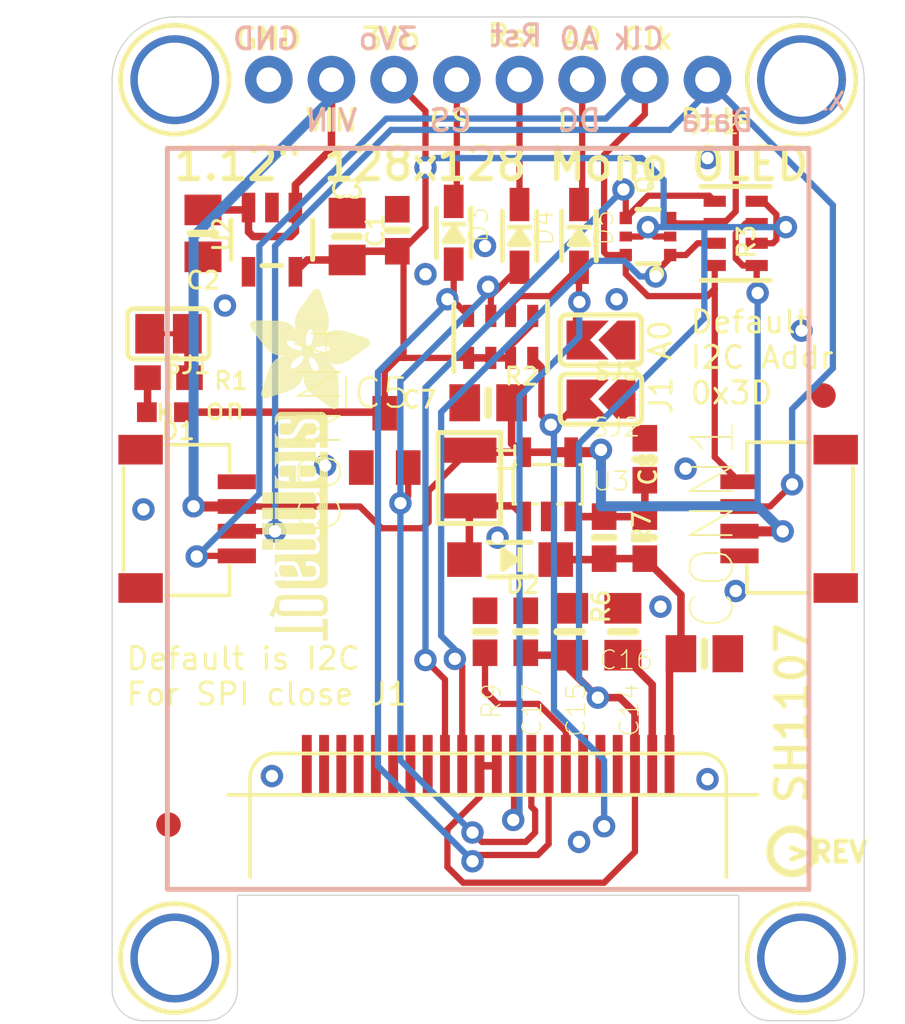
<source format=kicad_pcb>
(kicad_pcb (version 20211014) (generator pcbnew)
  (layers (0 "F.Cu" signal) (31 "B.Cu" signal) (34 "B.Paste" user) (35 "F.Paste" user) (36 "B.SilkS" user "B.Silkscreen") (37 "F.SilkS" user "F.Silkscreen") (38 "B.Mask" user) (39 "F.Mask" user) (44 "Edge.Cuts" user))
  (net 0 "")
  (net 1 "GND")
  (net 2 "SDA")
  (net 3 "SCL")
  (net 4 "3.3V")
  (net 5 "VCC")
  (net 6 "N$2")
  (net 7 "D0/SCLK/SCK_3.3V")
  (net 8 "D1/MOSI/SDA1_3.3V")
  (net 9 "N$9")
  (net 10 "CS_3.3V")
  (net 11 "RST_3.3V")
  (net 12 "DC/SA0_3.3V")
  (net 13 "CS_5.0V")
  (net 14 "RST_5.0V")
  (net 15 "DC/SA0_5.0V")
  (net 16 "N$10")
  (net 17 "N$15")
  (net 18 "12V")
  (net 19 "N$5")
  (net 20 "N$8")
  (net 21 "N$1")
  (footprint "boardEagle:SOT23" (layer "F.Cu") (at 144.3101 101.8286)
    (fp_text reference "IC5")
    (fp_text value "APX803")
  )
  (footprint "boardEagle:0805-NO" (layer "F.Cu") (at 151.8031 109.5756 -90)
    (fp_text reference "C15")
    (fp_text value "10uF")
  )
  (footprint "boardEagle:JST_SH4" (layer "F.Cu") (at 161.2011 105.0036 90)
    (fp_text reference "CONN1")
    (fp_text value "STEMMA_I2C_QT" hide)
  )
  (footprint "boardEagle:MOUNTINGHOLE_3.0_PLATEDTHIN" (layer "F.Cu") (at 161.2011 122.7836)
    (fp_text reference "U$21" hide)
    (fp_text value "MOUNTINGHOLE3.0THIN" hide)
  )
  (footprint "boardEagle:0603-NO" (layer "F.Cu") (at 154.8511 102.5906 -90)
    (fp_text reference "R7")
    (fp_text value "10K")
  )
  (footprint "boardEagle:CHIPLED_0603_NOOUTLINE" (layer "F.Cu") (at 135.4201 100.6856 90)
    (fp_text reference "D1")
    (fp_text value "GREEN")
  )
  (footprint "boardEagle:MOUNTINGHOLE_3.0_PLATEDTHIN" (layer "F.Cu") (at 161.2011 87.2236)
    (fp_text reference "U$17" hide)
    (fp_text value "MOUNTINGHOLE3.0THIN" hide)
  )
  (footprint "boardEagle:STEMMAQT" (layer "F.Cu") (at 139.3571 100.6856 -90)
    (fp_text reference "U$31" hide)
    (fp_text value "" hide)
  )
  (footprint "boardEagle:SOT23-5@1" (layer "F.Cu") (at 150.9141 103.6066)
    (fp_text reference "U3")
    (fp_text value "FAN5331SX")
  )
  (footprint "boardEagle:SOT363" (layer "F.Cu") (at 154.9781 93.5736 90)
    (fp_text reference "Q2")
    (fp_text value "BSS138")
  )
  (footprint "boardEagle:MOUNTINGHOLE_3.0_PLATEDTHIN" (layer "F.Cu") (at 135.8011 122.7836)
    (fp_text reference "U$19" hide)
    (fp_text value "MOUNTINGHOLE3.0THIN" hide)
  )
  (footprint "boardEagle:0805-NO" (layer "F.Cu") (at 148.5011 100.3046 180)
    (fp_text reference "C7")
    (fp_text value "10uF")
  )
  (footprint "boardEagle:RESPACK_4X0603" (layer "F.Cu") (at 158.5341 93.4466 90)
    (fp_text reference "R3")
    (fp_text value "10K")
  )
  (footprint "boardEagle:RESPACK_4X0603" (layer "F.Cu") (at 149.0091 97.6376 180)
    (fp_text reference "R2")
    (fp_text value "10K")
  )
  (footprint "boardEagle:INDUCTOR_1007" (layer "F.Cu") (at 147.7391 103.3526 -90)
    (fp_text reference "L1")
    (fp_text value "10uH")
  )
  (footprint "boardEagle:0603-NO" (layer "F.Cu") (at 148.3741 109.5756 -90)
    (fp_text reference "R9")
    (fp_text value "390K")
  )
  (footprint "boardEagle:JST_SH4" (layer "F.Cu") (at 135.8011 105.0036 -90)
    (fp_text reference "CONN4")
    (fp_text value "STEMMA_I2C_QT" hide)
  )
  (footprint "boardEagle:FIDUCIAL_1MM" (layer "F.Cu") (at 162.0901 100.0125)
    (fp_text reference "FID4" hide)
    (fp_text value "FIDUCIAL_1MM" hide)
  )
  (footprint "boardEagle:SOD-323" (layer "F.Cu") (at 152.1841 93.5482 -90)
    (fp_text reference "D5")
    (fp_text value "1N4148")
  )
  (footprint "boardEagle:SOD-323" (layer "F.Cu") (at 149.7711 93.5482 -90)
    (fp_text reference "D4")
    (fp_text value "1N4148")
  )
  (footprint "boardEagle:0603-NO" (layer "F.Cu") (at 150.0251 109.5756 -90)
    (fp_text reference "C17")
    (fp_text value "1uF")
  )
  (footprint "boardEagle:0603-NO" (layer "F.Cu") (at 153.2001 105.7656 -90)
    (fp_text reference "R6")
    (fp_text value "100K")
  )
  (footprint "boardEagle:SOD-123" (layer "F.Cu") (at 149.3901 106.6546 180)
    (fp_text reference "D2")
    (fp_text value "MBR120")
  )
  (footprint "boardEagle:1X08_ROUND_76" (layer "F.Cu") (at 148.5011 87.2236 180)
    (fp_text reference "JP2")
    (fp_text value "")
  )
  (footprint "boardEagle:0805-NO" (layer "F.Cu") (at 153.9621 109.5756 -90)
    (fp_text reference "C14")
    (fp_text value "10uF")
  )
  (footprint "boardEagle:0603-NO" (layer "F.Cu") (at 144.8181 93.3196 90)
    (fp_text reference "C1")
    (fp_text value "0.1uF")
  )
  (footprint "boardEagle:SOLDERJUMPER_ARROW_NOPASTE" (layer "F.Cu") (at 153.0731 100.155 180)
    (fp_text reference "SJ2")
    (fp_text value "")
  )
  (footprint "boardEagle:0805-NO" (layer "F.Cu") (at 157.2641 110.4646 180)
    (fp_text reference "C16")
    (fp_text value "10uF")
  )
  (footprint "boardEagle:SOLDERJUMPER_CLOSEDWIRE" (layer "F.Cu") (at 135.5471 97.5106 180)
    (fp_text reference "SJ1")
    (fp_text value "")
  )
  (footprint "boardEagle:SOLDERJUMPER_ARROW_NOPASTE" (layer "F.Cu") (at 153.0731 97.7646 180)
    (fp_text reference "SJ3")
    (fp_text value "")
  )
  (footprint "boardEagle:PCBFEAT-REV-040" (layer "F.Cu") (at 160.8201 118.4656)
    (fp_text reference "U$25" hide)
    (fp_text value "" hide)
  )
  (footprint "boardEagle:SOD-323" (layer "F.Cu") (at 147.1041 93.4212 -90)
    (fp_text reference "D3")
    (fp_text value "1N4148")
  )
  (footprint "boardEagle:MOUNTINGHOLE_3.0_PLATEDTHIN" (layer "F.Cu") (at 135.8011 87.2236)
    (fp_text reference "U$1" hide)
    (fp_text value "MOUNTINGHOLE3.0THIN" hide)
  )
  (footprint "boardEagle:0603-NO" (layer "F.Cu") (at 154.8511 105.7656 90)
    (fp_text reference "C8")
    (fp_text value "0.1uF")
  )
  (footprint "boardEagle:SOT23-5" (layer "F.Cu") (at 139.7381 93.7006 180)
    (fp_text reference "U2")
    (fp_text value "AP2112K-3.3")
  )
  (footprint "boardEagle:0805-NO" (layer "F.Cu") (at 142.7861 93.5736 90)
    (fp_text reference "C3")
    (fp_text value "10uF")
  )
  (footprint "boardEagle:0805-NO" (layer "F.Cu") (at 136.9441 93.4466 -90)
    (fp_text reference "C2")
    (fp_text value "10uF")
  )
  (footprint "boardEagle:0603-NO" (layer "F.Cu") (at 135.5471 99.2886)
    (fp_text reference "R1")
    (fp_text value "10K")
  )
  (footprint "boardEagle:ADAFRUIT_5MM" (layer "F.Cu") (at 138.8491 100.5586)
    (fp_text reference "U$8" hide)
    (fp_text value "" hide)
  )
  (footprint "boardEagle:FIDUCIAL_1MM" (layer "F.Cu") (at 135.5471 117.3861)
    (fp_text reference "FID3" hide)
    (fp_text value "FIDUCIAL_1MM" hide)
  )
  (footprint "boardEagle:OLED_1.12IN_128X128MONO" (layer "B.Cu") (at 148.5011 105.0036 180)
    (fp_text reference "X2")
    (fp_text value "OLED_1.12_128X128_MONO")
  )
  (gr_line (start 137.9601 116.1796) (end 159.4231 116.1796) (layer "F.SilkS") (width 0.1524))
  (gr_line (start 138.3411 120.2436) (end 158.6611 120.2436) (layer "Edge.Cuts") (width 0.05))
  (gr_line (start 134.5311 125.3236) (end 137.0711 125.3236) (layer "Edge.Cuts") (width 0.05))
  (gr_arc (start 163.7411 124.0536) (mid 163.369126 124.951626) (end 162.4711 125.3236) (layer "Edge.Cuts") (width 0.05))
  (gr_arc (start 161.2011 84.6836) (mid 162.997151 85.427549) (end 163.7411 87.2236) (layer "Edge.Cuts") (width 0.05))
  (gr_line (start 158.6611 120.2436) (end 158.6611 124.0536) (layer "Edge.Cuts") (width 0.05))
  (gr_line (start 138.3411 124.0536) (end 138.3411 120.2436) (layer "Edge.Cuts") (width 0.05))
  (gr_line (start 159.9311 125.3236) (end 162.4711 125.3236) (layer "Edge.Cuts") (width 0.05))
  (gr_line (start 163.7411 124.0536) (end 163.7411 87.2236) (layer "Edge.Cuts") (width 0.05))
  (gr_line (start 133.2611 87.2236) (end 133.2611 124.0536) (layer "Edge.Cuts") (width 0.05))
  (gr_arc (start 134.5311 125.3236) (mid 133.633074 124.951626) (end 133.2611 124.0536) (layer "Edge.Cuts") (width 0.05))
  (gr_line (start 161.2011 84.6836) (end 135.8011 84.6836) (layer "Edge.Cuts") (width 0.05))
  (gr_arc (start 159.9311 125.3236) (mid 159.033074 124.951626) (end 158.6611 124.0536) (layer "Edge.Cuts") (width 0.05))
  (gr_arc (start 138.3411 124.0536) (mid 137.969126 124.951626) (end 137.0711 125.3236) (layer "Edge.Cuts") (width 0.05))
  (gr_arc (start 133.2611 87.2236) (mid 134.005049 85.427549) (end 135.8011 84.6836) (layer "Edge.Cuts") (width 0.05))
  (gr_text "DC" (at 152.1841 88.8746) (layer "B.SilkS") (effects (font (size 0.87376 0.87376) (thickness 0.14224)) (justify mirror)))
  (gr_text "Rst" (at 149.6441 85.4456) (layer "B.SilkS") (effects (font (size 0.87376 0.87376) (thickness 0.14224)) (justify mirror)))
  (gr_text "CS" (at 146.9771 88.8746) (layer "B.SilkS") (effects (font (size 0.87376 0.87376) (thickness 0.14224)) (justify mirror)))
  (gr_text "A0" (at 152.1841 85.5726) (layer "B.SilkS") (effects (font (size 0.87376 0.87376) (thickness 0.14224)) (justify mirror)))
  (gr_text "Clk" (at 154.5971 85.5726) (layer "B.SilkS") (effects (font (size 0.87376 0.87376) (thickness 0.14224)) (justify mirror)))
  (gr_text "Data" (at 157.7721 88.8746) (layer "B.SilkS") (effects (font (size 0.87376 0.87376) (thickness 0.14224)) (justify mirror)))
  (gr_text "VIN" (at 142.1511 88.8746) (layer "B.SilkS") (effects (font (size 0.87376 0.87376) (thickness 0.14224)) (justify mirror)))
  (gr_text "GND" (at 139.4841 85.5726) (layer "B.SilkS") (effects (font (size 0.87376 0.87376) (thickness 0.14224)) (justify mirror)))
  (gr_text "3Vo" (at 144.4371 85.5726) (layer "B.SilkS") (effects (font (size 0.87376 0.87376) (thickness 0.14224)) (justify mirror)))
  (gr_text "3Vo" (at 144.5641 85.5726) (layer "F.SilkS") (effects (font (size 0.87376 0.87376) (thickness 0.14224))))
  (gr_text "CS" (at 146.9771 88.8746) (layer "F.SilkS") (effects (font (size 0.87376 0.87376) (thickness 0.14224))))
  (gr_text "J1" (at 154.9781 99.1616 90) (layer "F.SilkS") (effects (font (size 0.89408 0.89408) (thickness 0.12192)) (justify right top)))
  (gr_text "Default\nI2C Addr\n0x3D" (at 156.6291 100.4316) (layer "F.SilkS") (effects (font (size 0.89408 0.89408) (thickness 0.12192)) (justify left bottom)))
  (gr_text "Clk" (at 154.9781 85.5726) (layer "F.SilkS") (effects (font (size 0.87376 0.87376) (thickness 0.14224))))
  (gr_text "Data" (at 157.7721 88.8746) (layer "F.SilkS") (effects (font (size 0.87376 0.87376) (thickness 0.14224))))
  (gr_text "Rst" (at 149.5171 85.4456) (layer "F.SilkS") (effects (font (size 0.87376 0.87376) (thickness 0.14224))))
  (gr_text "Default is I2C\nFor SPI close J1" (at 133.7691 112.6236) (layer "F.SilkS") (effects (font (size 0.89408 0.89408) (thickness 0.12192)) (justify left bottom)))
  (gr_text "VIN" (at 142.1511 88.8746) (layer "F.SilkS") (effects (font (size 0.87376 0.87376) (thickness 0.14224))))
  (gr_text "A0" (at 152.3111 85.5726) (layer "F.SilkS") (effects (font (size 0.87376 0.87376) (thickness 0.14224))))
  (gr_text "on" (at 136.9441 101.0666) (layer "F.SilkS") (effects (font (size 0.89408 0.89408) (thickness 0.12192)) (justify left bottom)))
  (gr_text "A0" (at 155.9941 98.6536 90) (layer "F.SilkS") (effects (font (size 0.89408 0.89408) (thickness 0.12192)) (justify left bottom)))
  (gr_text "1.12\" 128x128 Mono OLED" (at 148.6281 90.6526) (layer "F.SilkS") (effects (font (size 1.25222 1.25222) (thickness 0.22098))))
  (gr_text "SH1107" (at 160.8201 112.8776 90) (layer "F.SilkS") (effects (font (size 1.25222 1.25222) (thickness 0.22098))))
  (gr_text "GND" (at 139.6111 85.5726) (layer "F.SilkS") (effects (font (size 0.87376 0.87376) (thickness 0.14224))))
  (gr_text "DC" (at 152.1841 88.8746) (layer "F.SilkS") (effects (font (size 0.87376 0.87376) (thickness 0.14224))))
  (via (at 141.8971 102.8446) (size 0.9064) (drill 0.5) (layers "F.Cu" "B.Cu") (net 1))
  (via (at 153.7081 96.1136) (size 0.9064) (drill 0.5) (layers "F.Cu" "B.Cu") (net 1))
  (via (at 139.7381 115.4176) (size 0.9064) (drill 0.5) (layers "F.Cu" "B.Cu") (net 1))
  (via (at 137.8331 96.3676) (size 0.9064) (drill 0.5) (layers "F.Cu" "B.Cu") (net 1))
  (via (at 134.5311 104.6226) (size 0.9064) (drill 0.5) (layers "F.Cu" "B.Cu") (net 1))
  (via (at 148.3741 93.9546) (size 0.9064) (drill 0.5) (layers "F.Cu" "B.Cu") (net 1))
  (via (at 155.4861 108.5596) (size 0.9064) (drill 0.5) (layers "F.Cu" "B.Cu") (net 1))
  (via (at 156.5021 102.9716) (size 0.9064) (drill 0.5) (layers "F.Cu" "B.Cu") (net 1))
  (via (at 157.3911 90.3986) (size 0.9064) (drill 0.5) (layers "F.Cu" "B.Cu") (net 1))
  (via (at 158.5341 107.9246) (size 0.9064) (drill 0.5) (layers "F.Cu" "B.Cu") (net 1))
  (via (at 148.8821 105.7656) (size 0.9064) (drill 0.5) (layers "F.Cu" "B.Cu") (net 1))
  (via (at 157.3911 115.5446) (size 0.9064) (drill 0.5) (layers "F.Cu" "B.Cu") (net 1))
  (via (at 145.9611 95.0976) (size 0.9064) (drill 0.5) (layers "F.Cu" "B.Cu") (net 1))
  (via (at 161.2011 97.3836) (size 0.9064) (drill 0.5) (layers "F.Cu" "B.Cu") (net 1))
  (via (at 152.1841 118.0846) (size 0.9064) (drill 0.5) (layers "F.Cu" "B.Cu") (net 1))
  (segment (start 159.9231 104.5036) (end 158.6871 104.5036) (width 0.254) (layer "F.Cu") (net 2))
  (segment (start 139.8571 105.5036) (end 139.8651 105.5116) (width 0.254) (layer "F.Cu") (net 2))
  (segment (start 156.264875 93.0434) (end 156.268075 93.0466) (width 0.254) (layer "F.Cu") (net 2))
  (segment (start 160.8201 103.6066) (end 159.9231 104.5036) (width 0.254) (layer "F.Cu") (net 2))
  (segment (start 138.3151 105.5036) (end 139.8571 105.5036) (width 0.254) (layer "F.Cu") (net 2))
  (segment (start 155.8781 92.8236) (end 156.0979 93.0434) (width 0.254) (layer "F.Cu") (net 2))
  (segment (start 158.5341 88.3666) (end 157.3911 87.2236) (width 0.254) (layer "F.Cu") (net 2))
  (segment (start 156.268075 93.0466) (end 157.6841 93.0466) (width 0.254) (layer "F.Cu") (net 2))
  (segment (start 158.0451 93.0466) (end 158.5341 92.5576) (width 0.254) (layer "F.Cu") (net 2))
  (segment (start 156.0979 93.0434) (end 156.264875 93.0434) (width 0.254) (layer "F.Cu") (net 2))
  (segment (start 158.5341 92.5576) (end 158.5341 88.3666) (width 0.254) (layer "F.Cu") (net 2))
  (segment (start 157.6841 93.0466) (end 158.0451 93.0466) (width 0.254) (layer "F.Cu") (net 2))
  (via (at 139.8651 105.5116) (size 0.9064) (drill 0.5) (layers "F.Cu" "B.Cu") (net 2))
  (via (at 160.8201 103.6066) (size 0.9064) (drill 0.5) (layers "F.Cu" "B.Cu") (net 2))
  (segment (start 160.8201 100.5586) (end 160.8201 103.6066) (width 0.254) (layer "B.Cu") (net 2))
  (segment (start 157.3911 87.2236) (end 157.6451 87.4776) (width 0.254) (layer "B.Cu") (net 2))
  (segment (start 139.8651 105.5116) (end 139.8651 93.9546) (width 0.254) (layer "B.Cu") (net 2))
  (segment (start 162.4711 98.9076) (end 160.8201 100.5586) (width 0.254) (layer "B.Cu") (net 2))
  (segment (start 139.8651 93.9546) (end 144.5641 89.2556) (width 0.254) (layer "B.Cu") (net 2))
  (segment (start 157.6451 87.4776) (end 162.4711 92.3036) (width 0.254) (layer "B.Cu") (net 2))
  (segment (start 155.8671 89.2556) (end 157.6451 87.4776) (width 0.254) (layer "B.Cu") (net 2))
  (segment (start 162.4711 92.3036) (end 162.4711 98.9076) (width 0.254) (layer "B.Cu") (net 2))
  (segment (start 144.5641 89.2556) (end 155.8671 89.2556) (width 0.254) (layer "B.Cu") (net 2))
  (segment (start 157.6841 95.6936) (end 157.6841 94.7466) (width 0.254) (layer "F.Cu") (net 3))
  (segment (start 158.6871 103.5036) (end 157.6841 102.5006) (width 0.254) (layer "F.Cu") (net 3))
  (segment (start 157.6841 95.6936) (end 157.3911 95.9866) (width 0.254) (layer "F.Cu") (net 3))
  (segment (start 153.2001 90.2716) (end 154.8511 88.6206) (width 0.254) (layer "F.Cu") (net 3))
  (segment (start 157.6841 102.5006) (end 157.6841 95.6936) (width 0.254) (layer "F.Cu") (net 3))
  (segment (start 154.0781 95.0866) (end 154.0781 94.3236) (width 0.254) (layer "F.Cu") (net 3))
  (segment (start 154.8511 88.6206) (end 154.8511 87.2236) (width 0.254) (layer "F.Cu") (net 3))
  (segment (start 154.9781 95.9866) (end 154.0781 95.0866) (width 0.254) (layer "F.Cu") (net 3))
  (segment (start 154.0781 94.3236) (end 153.3151 94.3236) (width 0.254) (layer "F.Cu") (net 3))
  (segment (start 153.3151 94.3236) (end 153.2001 94.2086) (width 0.254) (layer "F.Cu") (net 3))
  (segment (start 153.2001 94.2086) (end 153.2001 90.2716) (width 0.254) (layer "F.Cu") (net 3))
  (segment (start 157.3911 95.9866) (end 154.9781 95.9866) (width 0.254) (layer "F.Cu") (net 3))
  (segment (start 138.3151 106.5036) (end 136.7141 106.5036) (width 0.254) (layer "F.Cu") (net 3))
  (segment (start 136.7141 106.5036) (end 136.6901 106.5276) (width 0.254) (layer "F.Cu") (net 3))
  (via (at 136.6901 106.5276) (size 0.9064) (drill 0.5) (layers "F.Cu" "B.Cu") (net 3))
  (segment (start 139.2301 93.943019) (end 144.374718 88.7984) (width 0.254) (layer "B.Cu") (net 3))
  (segment (start 144.374718 88.7984) (end 153.2763 88.7984) (width 0.254) (layer "B.Cu") (net 3))
  (segment (start 153.2763 88.7984) (end 154.8511 87.2236) (width 0.254) (layer "B.Cu") (net 3))
  (segment (start 136.6901 106.5276) (end 139.2301 103.9876) (width 0.254) (layer "B.Cu") (net 3))
  (segment (start 139.2301 103.9876) (end 139.2301 93.943019) (width 0.254) (layer "B.Cu") (net 3))
  (segment (start 144.8571 98.4876) (end 144.3101 99.0346) (width 0.254) (layer "F.Cu") (net 4))
  (segment (start 160.1851 92.6846) (end 159.6471 92.1466) (width 0.254) (layer "F.Cu") (net 4))
  (segment (start 144.8181 94.1696) (end 144.8181 94.3356) (width 0.3048) (layer "F.Cu") (net 4))
  (segment (start 141.1652 94.5236) (end 142.7861 94.5236) (width 0.3048) (layer "F.Cu") (net 4))
  (segment (start 147.7091 98.4876) (end 145.0721 98.4876) (width 0.254) (layer "F.Cu") (net 4))
  (segment (start 149.4091 97.9996) (end 150.3091 97.0996) (width 0.254) (layer "F.Cu") (net 4))
  (segment (start 151.8031 110.5256) (end 150.0861 110.5256) (width 0.3048) (layer "F.Cu") (net 4))
  (segment (start 159.6471 92.1466) (end 159.3841 92.1466) (width 0.254) (layer "F.Cu") (net 4))
  (segment (start 145.0721 98.4876) (end 144.8571 98.4876) (width 0.254) (layer "F.Cu") (net 4))
  (segment (start 146.8501 117.5766) (end 146.8501 119.1006) (width 0.254) (layer "F.Cu") (net 4))
  (segment (start 150.3091 97.0996) (end 150.3091 96.7876) (width 0.254) (layer "F.Cu") (net 4))
  (segment (start 154.4511 115.0036) (end 154.4511 112.8586) (width 0.3048) (layer "F.Cu") (net 4))
  (segment (start 148.1511 115.0036) (end 148.1511 116.2756) (width 0.254) (layer "F.Cu") (net 4))
  (segment (start 144.2671 100.6856) (end 144.3101 100.7286) (width 0.3048) (layer "F.Cu") (net 4))
  (segment (start 145.9611 88.4936) (end 145.9611 90.7796) (width 0.254) (layer "F.Cu") (net 4))
  (segment (start 140.6881 95.0007) (end 141.1652 94.5236) (width 0.3048) (layer "F.Cu") (net 4))
  (segment (start 150.0251 110.4646) (end 150.0251 110.4256) (width 0.3048) (layer "F.Cu") (net 4))
  (segment (start 145.9611 90.7796) (end 145.9611 93.1926) (width 0.254) (layer "F.Cu") (net 4))
  (segment (start 155.2431 93.5736) (end 154.9781 93.3086) (width 0.254) (layer "F.Cu") (net 4))
  (segment (start 148.6091 98.4876) (end 149.4091 98.4876) (width 0.3048) (layer "F.Cu") (net 4))
  (segment (start 153.2001 119.7356) (end 154.4511 118.4846) (width 0.254) (layer "F.Cu") (net 4))
  (segment (start 154.4511 112.8586) (end 153.8351 112.2426) (width 0.3048) (layer "F.Cu") (net 4))
  (segment (start 154.9781 93.3086) (end 154.7131 93.5736) (width 0.254) (layer "F.Cu") (net 4))
  (segment (start 160.1851 93.7006) (end 160.1851 93.1926) (width 0.254) (layer "F.Cu") (net 4))
  (segment (start 153.8351 112.2426) (end 152.9461 112.2426) (width 0.3048) (layer "F.Cu") (net 4))
  (segment (start 151.8031 111.0996) (end 151.8031 110.5256) (width 0.3048) (layer "F.Cu") (net 4))
  (segment (start 144.3101 99.0346) (end 144.3101 100.7286) (width 0.254) (layer "F.Cu") (net 4))
  (segment (start 144.8181 94.1696) (end 145.0721 94.4236) (width 0.254) (layer "F.Cu") (net 4))
  (segment (start 145.9611 93.1926) (end 144.8181 94.3356) (width 0.254) (layer "F.Cu") (net 4))
  (segment (start 152.7556 112.0521) (end 152.9461 112.2426) (width 0.254) (layer "F.Cu") (net 4))
  (segment (start 136.1701 100.6856) (end 144.2671 100.6856) (width 0.3048) (layer "F.Cu") (net 4))
  (segment (start 154.7131 93.5736) (end 154.0781 93.5736) (width 0.254) (layer "F.Cu") (net 4))
  (segment (start 146.8501 119.1006) (end 147.4851 119.7356) (width 0.254) (layer "F.Cu") (net 4))
  (segment (start 143.1401 94.1696) (end 144.8181 94.1696) (width 0.3048) (layer "F.Cu") (net 4))
  (segment (start 149.4091 98.4876) (end 149.4091 97.9996) (width 0.254) (layer "F.Cu") (net 4))
  (segment (start 145.0721 94.4236) (end 145.0721 98.4876) (width 0.254) (layer "F.Cu") (net 4))
  (segment (start 155.8781 93.5736) (end 155.2431 93.5736) (width 0.254) (layer "F.Cu") (net 4))
  (segment (start 144.6911 87.2236) (end 145.9611 88.4936) (width 0.254) (layer "F.Cu") (net 4))
  (segment (start 160.1851 93.1926) (end 160.1851 92.6846) (width 0.254) (layer "F.Cu") (net 4))
  (segment (start 142.7861 94.5236) (end 143.1401 94.1696) (width 0.3048) (layer "F.Cu") (net 4))
  (segment (start 147.4851 119.7356) (end 153.2001 119.7356) (width 0.254) (layer "F.Cu") (net 4))
  (segment (start 154.4511 118.4846) (end 154.4511 115.0036) (width 0.254) (layer "F.Cu") (net 4))
  (segment (start 147.7091 98.4876) (end 148.6091 98.4876) (width 0.3048) (layer "F.Cu") (net 4))
  (segment (start 159.3841 93.8466) (end 160.0391 93.8466) (width 0.254) (layer "F.Cu") (net 4))
  (segment (start 148.1511 115.0036) (end 148.8511 115.0036) (width 0.3048) (layer "F.Cu") (net 4))
  (segment (start 154.9781 93.1926) (end 154.9781 93.3086) (width 0.254) (layer "F.Cu") (net 4))
  (segment (start 150.0861 110.5256) (end 150.0251 110.4646) (width 0.3048) (layer "F.Cu") (net 4))
  (segment (start 151.8031 111.0996) (end 152.7556 112.0521) (width 0.3048) (layer "F.Cu") (net 4))
  (segment (start 148.1511 116.2756) (end 146.8501 117.5766) (width 0.254) (layer "F.Cu") (net 4))
  (segment (start 160.0391 93.8466) (end 160.1851 93.7006) (width 0.254) (layer "F.Cu") (net 4))
  (segment (start 160.5661 93.1926) (end 160.1851 93.1926) (width 0.254) (layer "F.Cu") (net 4))
  (via (at 152.9461 112.2426) (size 0.9064) (drill 0.5) (layers "F.Cu" "B.Cu") (net 4))
  (via (at 160.5661 93.1926) (size 0.9064) (drill 0.5) (layers "F.Cu" "B.Cu") (net 4))
  (via (at 154.9781 93.1926) (size 0.9064) (drill 0.5) (layers "F.Cu" "B.Cu") (net 4))
  (via (at 145.9611 90.7796) (size 0.9064) (drill 0.5) (layers "F.Cu" "B.Cu") (net 4))
  (segment (start 154.9781 93.1926) (end 155.6131 93.1926) (width 0.254) (layer "B.Cu") (net 4))
  (segment (start 155.6131 93.1926) (end 157.2641 93.1926) (width 0.254) (layer "B.Cu") (net 4))
  (segment (start 146.3421 90.3986) (end 154.7241 90.3986) (width 0.254) (layer "B.Cu") (net 4))
  (segment (start 155.6131 91.2876) (end 155.6131 93.1926) (width 0.254) (layer "B.Cu") (net 4))
  (segment (start 152.1841 111.4806) (end 152.1841 101.9556) (width 0.254) (layer "B.Cu") (net 4))
  (segment (start 152.9461 112.2426) (end 152.1841 111.4806) (width 0.254) (layer "B.Cu") (net 4))
  (segment (start 157.2641 93.1926) (end 157.2641 96.8756) (width 0.254) (layer "B.Cu") (net 4))
  (segment (start 154.7241 90.3986) (end 155.6131 91.2876) (width 0.254) (layer "B.Cu") (net 4))
  (segment (start 157.2641 96.8756) (end 152.1841 101.9556) (width 0.254) (layer "B.Cu") (net 4))
  (segment (start 157.2641 93.1926) (end 160.5661 93.1926) (width 0.254) (layer "B.Cu") (net 4))
  (segment (start 145.9611 90.7796) (end 146.3421 90.3986) (width 0.254) (layer "B.Cu") (net 4))
  (segment (start 149.802 102.3065) (end 149.4511 101.9556) (width 0.3048) (layer "F.Cu") (net 5))
  (segment (start 152.9762 102.3065) (end 153.0731 102.2096) (width 0.4064) (layer "F.Cu") (net 5))
  (segment (start 147.7391 102.2256) (end 147.82 102.3065) (width 0.3048) (layer "F.Cu") (net 5))
  (segment (start 145.8341 105.3846) (end 146.0881 105.1306) (width 0.254) (layer "F.Cu") (net 5))
  (segment (start 138.9761 93.5736) (end 140.5001 93.5736) (width 0.3048) (layer "F.Cu") (net 5))
  (segment (start 149.9641 102.3065) (end 151.2951 102.3065) (width 0.3048) (layer "F.Cu") (net 5))
  (segment (start 151.8641 102.3065) (end 149.802 102.3065) (width 0.3048) (layer "F.Cu") (net 5))
  (segment (start 151.2951 102.3065) (end 151.8641 102.3065) (width 0.3048) (layer "F.Cu") (net 5))
  (segment (start 151.2951 102.3065) (end 152.9762 102.3065) (width 0.4064) (layer "F.Cu") (net 5))
  (segment (start 144.1831 105.3846) (end 145.8341 105.3846) (width 0.254) (layer "F.Cu") (net 5))
  (segment (start 159.3841 94.7466) (end 159.3841 95.8206) (width 0.254) (layer "F.Cu") (net 5))
  (segment (start 158.6951 105.5116) (end 158.6871 105.5036) (width 0.4064) (layer "F.Cu") (net 5))
  (segment (start 138.692 92.4966) (end 136.9441 92.4966) (width 0.3048) (layer "F.Cu") (net 5))
  (segment (start 142.1511 90.0176) (end 140.6881 91.4806) (width 0.3048) (layer "F.Cu") (net 5))
  (segment (start 158.9341 93.0466) (end 158.5341 93.4466) (width 0.254) (layer "F.Cu") (net 5))
  (segment (start 138.7881 93.3856) (end 138.9761 93.5736) (width 0.3048) (layer "F.Cu") (net 5))
  (segment (start 159.3841 93.0466) (end 158.9341 93.0466) (width 0.254) (layer "F.Cu") (net 5))
  (segment (start 138.7881 92.4005) (end 138.7881 93.3856) (width 0.3048) (layer "F.Cu") (net 5))
  (segment (start 136.5711 104.5036) (end 138.3151 104.5036) (width 0.4064) (layer "F.Cu") (net 5))
  (segment (start 158.5341 93.4466) (end 158.5341 94.4626) (width 0.254) (layer "F.Cu") (net 5))
  (segment (start 140.5001 93.5736) (end 140.6881 93.3856) (width 0.3048) (layer "F.Cu") (net 5))
  (segment (start 138.3151 104.5036) (end 143.3021 104.5036) (width 0.254) (layer "F.Cu") (net 5))
  (segment (start 149.4511 101.9556) (end 149.4511 100.3046) (width 0.3048) (layer "F.Cu") (net 5))
  (segment (start 136.5711 104.5036) (end 136.5631 104.4956) (width 0.4064) (layer "F.Cu") (net 5))
  (segment (start 159.3841 95.8206) (end 159.4231 95.8596) (width 0.254) (layer "F.Cu") (net 5))
  (segment (start 147.82 102.3065) (end 149.9641 102.3065) (width 0.3048) (layer "F.Cu") (net 5))
  (segment (start 142.1511 87.2236) (end 142.1511 90.0176) (width 0.3048) (layer "F.Cu") (net 5))
  (segment (start 158.8181 94.7466) (end 159.3841 94.7466) (width 0.254) (layer "F.Cu") (net 5))
  (segment (start 140.6881 93.3856) (end 140.6881 92.4005) (width 0.3048) (layer "F.Cu") (net 5))
  (segment (start 138.7881 92.4005) (end 138.692 92.4966) (width 0.3048) (layer "F.Cu") (net 5))
  (segment (start 160.4391 105.5116) (end 158.6951 105.5116) (width 0.4064) (layer "F.Cu") (net 5))
  (segment (start 146.0881 103.8766) (end 147.7391 102.2256) (width 0.254) (layer "F.Cu") (net 5))
  (segment (start 140.6881 91.4806) (end 140.6881 92.4005) (width 0.3048) (layer "F.Cu") (net 5))
  (segment (start 143.3021 104.5036) (end 144.1831 105.3846) (width 0.254) (layer "F.Cu") (net 5))
  (segment (start 158.5341 94.4626) (end 158.8181 94.7466) (width 0.254) (layer "F.Cu") (net 5))
  (segment (start 146.0881 105.1306) (end 146.0881 103.8766) (width 0.254) (layer "F.Cu") (net 5))
  (via (at 136.5631 104.4956) (size 0.9064) (drill 0.5) (layers "F.Cu" "B.Cu") (net 5))
  (via (at 153.0731 102.2096) (size 0.9064) (drill 0.5) (layers "F.Cu" "B.Cu") (net 5))
  (via (at 159.4231 95.8596) (size 0.9064) (drill 0.5) (layers "F.Cu" "B.Cu") (net 5))
  (via (at 160.4391 105.5116) (size 0.9064) (drill 0.5) (layers "F.Cu" "B.Cu") (net 5))
  (segment (start 159.4231 95.8596) (end 159.4231 104.4956) (width 0.254) (layer "B.Cu") (net 5))
  (segment (start 159.4231 104.4956) (end 160.4391 105.5116) (width 0.4064) (layer "B.Cu") (net 5))
  (segment (start 153.0731 104.4956) (end 159.4231 104.4956) (width 0.4064) (layer "B.Cu") (net 5))
  (segment (start 153.0731 102.2096) (end 153.0731 104.4956) (width 0.4064) (layer "B.Cu") (net 5))
  (segment (start 142.1511 87.2236) (end 142.1511 87.9856) (width 0.4064) (layer "B.Cu") (net 5))
  (segment (start 142.1511 87.9856) (end 136.5631 93.5736) (width 0.4064) (layer "B.Cu") (net 5))
  (segment (start 136.5631 104.4956) (end 136.5631 93.5736) (width 0.4064) (layer "B.Cu") (net 5))
  (segment (start 134.6971 99.2886) (end 134.6971 100.6586) (width 0.3048) (layer "F.Cu") (net 6))
  (segment (start 134.6971 100.6586) (end 134.6701 100.6856) (width 0.3048) (layer "F.Cu") (net 6))
  (segment (start 155.8781 94.3236) (end 155.9941 94.3236) (width 0.254) (layer "F.Cu") (net 7))
  (segment (start 155.2906 95.1912) (end 155.20855 95.10915) (width 0.254) (layer "F.Cu") (net 7))
  (segment (start 155.9941 94.3236) (end 156.5141 94.3236) (width 0.254) (layer "F.Cu") (net 7))
  (segment (start 147.4511 110.9737) (end 147.15005 110.67265) (width 0.254) (layer "F.Cu") (net 7))
  (segment (start 155.20855 95.10915) (end 155.9941 94.3236) (width 0.254) (layer "F.Cu") (net 7))
  (segment (start 147.4511 115.0036) (end 147.4511 110.9737) (width 0.254) (layer "F.Cu") (net 7))
  (segment (start 156.5141 94.3236) (end 156.9911 93.8466) (width 0.254) (layer "F.Cu") (net 7))
  (segment (start 156.9911 93.8466) (end 157.6841 93.8466) (width 0.254) (layer "F.Cu") (net 7))
  (via (at 147.15005 110.67265) (size 0.9064) (drill 0.5) (layers "F.Cu" "B.Cu") (net 7))
  (via (at 155.2906 95.1912) (size 0.9064) (drill 0.5) (layers "F.Cu" "B.Cu") (net 7))
  (segment (start 146.5961 100.6856) (end 152.7255 94.5562) (width 0.254) (layer "B.Cu") (net 7))
  (segment (start 154.6556 95.1912) (end 154.0206 94.5562) (width 0.254) (layer "B.Cu") (net 7))
  (segment (start 154.0206 94.5562) (end 152.7255 94.5562) (width 0.254) (layer "B.Cu") (net 7))
  (segment (start 154.6556 95.1912) (end 155.2906 95.1912) (width 0.254) (layer "B.Cu") (net 7))
  (segment (start 147.15005 110.67265) (end 147.15005 110.29165) (width 0.254) (layer "B.Cu") (net 7))
  (segment (start 147.15005 110.29165) (end 146.5961 109.7377) (width 0.254) (layer "B.Cu") (net 7))
  (segment (start 146.5961 100.6856) (end 146.5961 109.7377) (width 0.254) (layer "B.Cu") (net 7))
  (segment (start 157.4601 91.9226) (end 157.6841 92.1466) (width 0.254) (layer "F.Cu") (net 8))
  (segment (start 153.9835 91.6686) (end 154.0781 91.7632) (width 0.254) (layer "F.Cu") (net 8))
  (segment (start 154.9791 91.9226) (end 157.4601 91.9226) (width 0.254) (layer "F.Cu") (net 8))
  (segment (start 154.0781 92.8236) (end 154.9791 91.9226) (width 0.254) (layer "F.Cu") (net 8))
  (segment (start 146.7511 115.0036) (end 146.7511 111.5086) (width 0.254) (layer "F.Cu") (net 8))
  (segment (start 154.0781 91.7632) (end 154.0781 92.8236) (width 0.254) (layer "F.Cu") (net 8))
  (segment (start 146.7511 111.5086) (end 145.9611 110.7186) (width 0.254) (layer "F.Cu") (net 8))
  (via (at 145.9611 110.7186) (size 0.9064) (drill 0.5) (layers "F.Cu" "B.Cu") (net 8))
  (via (at 153.9835 91.6686) (size 0.9064) (drill 0.5) (layers "F.Cu" "B.Cu") (net 8))
  (segment (start 145.9611 99.691) (end 145.9611 110.7186) (width 0.254) (layer "B.Cu") (net 8))
  (segment (start 145.9611 99.691) (end 153.9835 91.6686) (width 0.254) (layer "B.Cu") (net 8))
  (segment (start 152.0571 100.155) (end 152.0571 100.409) (width 0.254) (layer "F.Cu") (net 9))
  (segment (start 151.2725 101.1936) (end 151.0411 101.1936) (width 0.254) (layer "F.Cu") (net 9))
  (segment (start 151.0411 101.1936) (end 150.6601 100.8126) (width 0.254) (layer "F.Cu") (net 9))
  (segment (start 153.2001 115.1526) (end 153.2001 117.4496) (width 0.254) (layer "F.Cu") (net 9))
  (segment (start 152.0571 100.409) (end 151.2725 101.1936) (width 0.254) (layer "F.Cu") (net 9))
  (segment (start 150.6601 100.8126) (end 150.6601 98.8386) (width 0.254) (layer "F.Cu") (net 9))
  (segment (start 150.6601 98.8386) (end 150.3091 98.4876) (width 0.254) (layer "F.Cu") (net 9))
  (segment (start 153.0511 115.0036) (end 153.2001 115.1526) (width 0.254) (layer "F.Cu") (net 9))
  (via (at 153.2001 117.4496) (size 0.9064) (drill 0.5) (layers "F.Cu" "B.Cu") (net 9))
  (via (at 151.0411 101.1936) (size 0.9064) (drill 0.5) (layers "F.Cu" "B.Cu") (net 9))
  (segment (start 151.1681 101.3206) (end 151.0411 101.1936) (width 0.254) (layer "B.Cu") (net 9))
  (segment (start 153.2001 117.4496) (end 153.2001 114.7826) (width 0.254) (layer "B.Cu") (net 9))
  (segment (start 153.2001 114.7826) (end 151.1681 112.7506) (width 0.254) (layer "B.Cu") (net 9))
  (segment (start 151.1681 101.3206) (end 151.1681 112.7506) (width 0.254) (layer "B.Cu") (net 9))
  (segment (start 147.0751 96.3386) (end 146.8501 96.1136) (width 0.254) (layer "F.Cu") (net 10))
  (segment (start 147.2601 96.3386) (end 147.0751 96.3386) (width 0.254) (layer "F.Cu") (net 10))
  (segment (start 150.5117 118.614) (end 148.1201 118.614) (width 0.254) (layer "F.Cu") (net 10))
  (segment (start 150.9511 118.1746) (end 150.9511 115.0036) (width 0.254) (layer "F.Cu") (net 10))
  (segment (start 147.2601 96.3386) (end 147.7091 96.7876) (width 0.254) (layer "F.Cu") (net 10))
  (segment (start 150.5117 118.614) (end 150.9511 118.1746) (width 0.254) (layer "F.Cu") (net 10))
  (segment (start 147.1041 94.6912) (end 147.1041 96.1826) (width 0.254) (layer "F.Cu") (net 10))
  (segment (start 147.8661 118.868) (end 148.1201 118.614) (width 0.254) (layer "F.Cu") (net 10))
  (segment (start 147.1041 96.1826) (end 147.2601 96.3386) (width 0.254) (layer "F.Cu") (net 10))
  (via (at 146.8501 96.1136) (size 0.9064) (drill 0.5) (layers "F.Cu" "B.Cu") (net 10))
  (via (at 147.8661 118.868) (size 0.9064) (drill 0.5) (layers "F.Cu" "B.Cu") (net 10))
  (segment (start 146.8501 96.1136) (end 146.8501 96.250419) (width 0.254) (layer "B.Cu") (net 10))
  (segment (start 147.8661 118.8466) (end 144.0347 115.0152) (width 0.254) (layer "B.Cu") (net 10))
  (segment (start 146.8501 96.250419) (end 144.0347 99.065819) (width 0.254) (layer "B.Cu") (net 10))
  (segment (start 147.8661 118.868) (end 147.8661 118.8466) (width 0.254) (layer "B.Cu") (net 10))
  (segment (start 144.0347 99.065819) (end 144.0347 115.0152) (width 0.254) (layer "B.Cu") (net 10))
  (segment (start 148.6091 95.9802) (end 149.7711 94.8182) (width 0.254) (layer "F.Cu") (net 11))
  (segment (start 148.5011 95.6056) (end 148.6091 95.7136) (width 0.254) (layer "F.Cu") (net 11))
  (segment (start 150.0251 118.0846) (end 148.2471 118.0846) (width 0.254) (layer "F.Cu") (net 11))
  (segment (start 150.2511 116.6596) (end 150.4061 116.8146) (width 0.254) (layer "F.Cu") (net 11))
  (segment (start 150.4061 116.8146) (end 150.4061 117.7036) (width 0.254) (layer "F.Cu") (net 11))
  (segment (start 144.9451 104.3686) (end 144.9631 104.3686) (width 0.254) (layer "F.Cu") (net 11))
  (segment (start 148.6091 95.7136) (end 148.6091 95.9802) (width 0.254) (layer "F.Cu") (net 11))
  (segment (start 148.6091 96.7876) (end 148.6091 95.9802) (width 0.254) (layer "F.Cu") (net 11))
  (segment (start 150.4061 117.7036) (end 150.0251 118.0846) (width 0.254) (layer "F.Cu") (net 11))
  (segment (start 145.2601 104.0716) (end 144.9631 104.3686) (width 0.254) (layer "F.Cu") (net 11))
  (segment (start 148.2471 118.0846) (end 147.8661 117.7036) (width 0.254) (layer "F.Cu") (net 11))
  (segment (start 145.2601 104.0716) (end 145.2601 102.9286) (width 0.254) (layer "F.Cu") (net 11))
  (segment (start 150.2511 115.0036) (end 150.2511 116.6596) (width 0.254) (layer "F.Cu") (net 11))
  (via (at 147.8661 117.7036) (size 0.9064) (drill 0.5) (layers "F.Cu" "B.Cu") (net 11))
  (via (at 148.5011 95.6056) (size 0.9064) (drill 0.5) (layers "F.Cu" "B.Cu") (net 11))
  (via (at 144.9451 104.3686) (size 0.9064) (drill 0.5) (layers "F.Cu" "B.Cu") (net 11))
  (segment (start 148.5011 95.8596) (end 148.5011 95.6056) (width 0.254) (layer "B.Cu") (net 11))
  (segment (start 144.9451 104.3686) (end 144.9451 99.4156) (width 0.254) (layer "B.Cu") (net 11))
  (segment (start 144.9451 99.4156) (end 148.5011 95.8596) (width 0.254) (layer "B.Cu") (net 11))
  (segment (start 147.8661 117.7036) (end 144.9451 114.7826) (width 0.254) (layer "B.Cu") (net 11))
  (segment (start 144.9451 104.3686) (end 144.9451 114.7826) (width 0.254) (layer "B.Cu") (net 11))
  (segment (start 149.5511 117.1616) (end 149.5171 117.1956) (width 0.254) (layer "F.Cu") (net 12))
  (segment (start 149.7711 95.9866) (end 151.0157 95.9866) (width 0.254) (layer "F.Cu") (net 12))
  (segment (start 152.1841 96.2279) (end 152.1841 94.8182) (width 0.254) (layer "F.Cu") (net 12))
  (segment (start 152.1841 96.2279) (end 152.1968 96.2279) (width 0.254) (layer "F.Cu") (net 12))
  (segment (start 152.1968 96.600294) (end 152.0571 96.739994) (width 0.254) (layer "F.Cu") (net 12))
  (segment (start 149.5511 115.0036) (end 149.5511 117.1616) (width 0.254) (layer "F.Cu") (net 12))
  (segment (start 149.4091 96.7876) (end 149.4091 96.3486) (width 0.254) (layer "F.Cu") (net 12))
  (segment (start 149.4091 96.3486) (end 149.7711 95.9866) (width 0.254) (layer "F.Cu") (net 12))
  (segment (start 152.1968 96.600294) (end 152.1968 96.2279) (width 0.254) (layer "F.Cu") (net 12))
  (segment (start 152.0571 97.7646) (end 152.0571 96.739994) (width 0.254) (layer "F.Cu") (net 12))
  (segment (start 151.0157 95.9866) (end 152.1841 94.8182) (width 0.254) (layer "F.Cu") (net 12))
  (via (at 152.1968 96.2279) (size 0.9064) (drill 0.5) (layers "F.Cu" "B.Cu") (net 12))
  (via (at 149.5171 117.1956) (size 0.9064) (drill 0.5) (layers "F.Cu" "B.Cu") (net 12))
  (segment (start 149.7711 100.0506) (end 149.7711 116.9416) (width 0.254) (layer "B.Cu") (net 12))
  (segment (start 149.5171 117.1956) (end 149.7711 116.9416) (width 0.254) (layer "B.Cu") (net 12))
  (segment (start 152.1968 97.6249) (end 152.1968 96.2279) (width 0.254) (layer "B.Cu") (net 12))
  (segment (start 149.7711 100.0506) (end 152.1968 97.6249) (width 0.254) (layer "B.Cu") (net 12))
  (segment (start 147.2311 92.0242) (end 147.1041 92.1512) (width 0.254) (layer "F.Cu") (net 13))
  (segment (start 147.2311 87.2236) (end 147.2311 92.0242) (width 0.254) (layer "F.Cu") (net 13))
  (segment (start 149.7711 87.2236) (end 149.7711 92.2782) (width 0.254) (layer "F.Cu") (net 14))
  (segment (start 152.3111 87.2236) (end 152.3111 92.1512) (width 0.254) (layer "F.Cu") (net 15))
  (segment (start 152.3111 92.1512) (end 152.1841 92.2782) (width 0.254) (layer "F.Cu") (net 15))
  (segment (start 150.5331 112.4966) (end 148.8821 112.4966) (width 0.254) (layer "F.Cu") (net 16))
  (segment (start 148.8821 112.4966) (end 148.3741 111.9886) (width 0.254) (layer "F.Cu") (net 16))
  (segment (start 151.6511 113.6146) (end 150.5331 112.4966) (width 0.254) (layer "F.Cu") (net 16))
  (segment (start 148.3741 111.9886) (end 148.3741 110.4256) (width 0.254) (layer "F.Cu") (net 16))
  (segment (start 151.6511 115.0036) (end 151.6511 113.6146) (width 0.254) (layer "F.Cu") (net 16))
  (segment (start 155.1511 115.0036) (end 155.1511 111.7146) (width 0.3048) (layer "F.Cu") (net 17))
  (segment (start 155.1511 111.7146) (end 153.9621 110.5256) (width 0.3048) (layer "F.Cu") (net 17))
  (segment (start 155.8511 115.0036) (end 155.8511 110.9276) (width 0.3048) (layer "F.Cu") (net 18))
  (segment (start 154.8511 106.6156) (end 156.3141 108.0786) (width 0.3048) (layer "F.Cu") (net 18))
  (segment (start 153.1611 106.6546) (end 151.2401 106.6546) (width 0.3048) (layer "F.Cu") (net 18))
  (segment (start 153.2001 106.6156) (end 154.8511 106.6156) (width 0.3048) (layer "F.Cu") (net 18))
  (segment (start 156.3141 108.0786) (end 156.3141 110.4646) (width 0.3048) (layer "F.Cu") (net 18))
  (segment (start 155.8511 110.9276) (end 156.3141 110.4646) (width 0.3048) (layer "F.Cu") (net 18))
  (segment (start 153.2001 106.6156) (end 153.1611 106.6546) (width 0.3048) (layer "F.Cu") (net 18))
  (segment (start 149.9641 104.9067) (end 149.537 104.4796) (width 0.3048) (layer "F.Cu") (net 19))
  (segment (start 149.537 104.4796) (end 147.7391 104.4796) (width 0.3048) (layer "F.Cu") (net 19))
  (segment (start 147.7391 104.4796) (end 147.7391 106.4556) (width 0.3048) (layer "F.Cu") (net 19))
  (segment (start 147.7391 106.4556) (end 147.5401 106.6546) (width 0.3048) (layer "F.Cu") (net 19))
  (segment (start 154.8511 104.9156) (end 153.2001 104.9156) (width 0.3048) (layer "F.Cu") (net 20))
  (segment (start 153.2001 104.9156) (end 151.873 104.9156) (width 0.3048) (layer "F.Cu") (net 20))
  (segment (start 154.8511 103.4406) (end 154.8511 104.9156) (width 0.3048) (layer "F.Cu") (net 20))
  (segment (start 151.873 104.9156) (end 151.8641 104.9067) (width 0.3048) (layer "F.Cu") (net 20))
  (segment (start 136.3091 99.2006) (end 136.3971 99.2886) (width 0.254) (layer "F.Cu") (net 21))
  (segment (start 136.3091 97.5106) (end 136.3091 99.2006) (width 0.254) (layer "F.Cu") (net 21))
)
</source>
